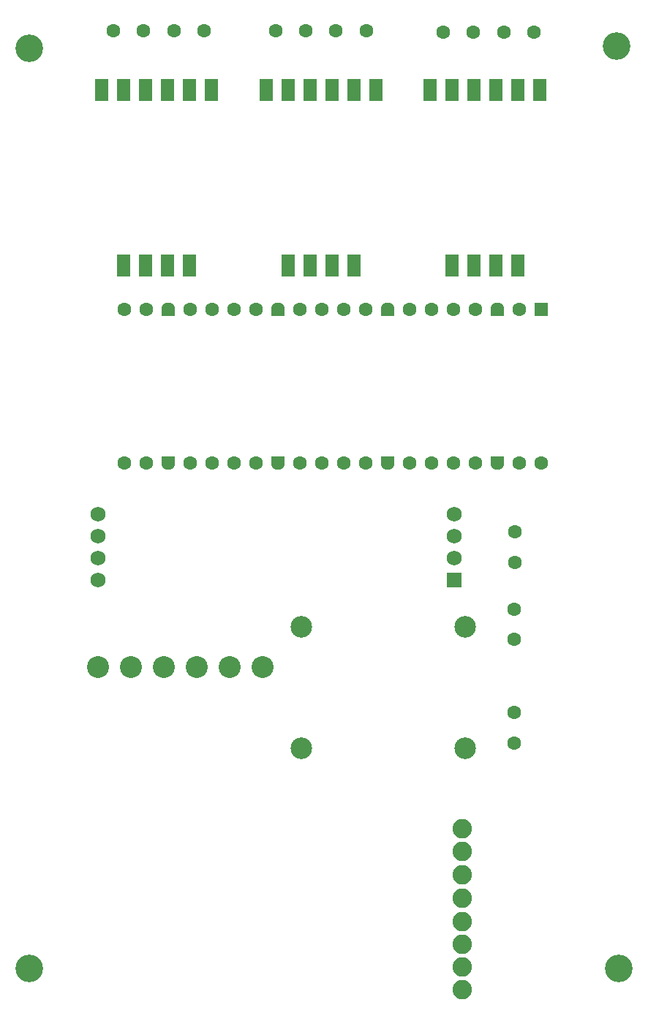
<source format=gbr>
%TF.GenerationSoftware,KiCad,Pcbnew,9.0.7-9.0.7~ubuntu24.04.1*%
%TF.CreationDate,2026-01-14T12:58:48+00:00*%
%TF.ProjectId,LIFT,4c494654-2e6b-4696-9361-645f70636258,rev?*%
%TF.SameCoordinates,Original*%
%TF.FileFunction,Soldermask,Top*%
%TF.FilePolarity,Negative*%
%FSLAX46Y46*%
G04 Gerber Fmt 4.6, Leading zero omitted, Abs format (unit mm)*
G04 Created by KiCad (PCBNEW 9.0.7-9.0.7~ubuntu24.04.1) date 2026-01-14 12:58:48*
%MOMM*%
%LPD*%
G01*
G04 APERTURE LIST*
G04 Aperture macros list*
%AMRoundRect*
0 Rectangle with rounded corners*
0 $1 Rounding radius*
0 $2 $3 $4 $5 $6 $7 $8 $9 X,Y pos of 4 corners*
0 Add a 4 corners polygon primitive as box body*
4,1,4,$2,$3,$4,$5,$6,$7,$8,$9,$2,$3,0*
0 Add four circle primitives for the rounded corners*
1,1,$1+$1,$2,$3*
1,1,$1+$1,$4,$5*
1,1,$1+$1,$6,$7*
1,1,$1+$1,$8,$9*
0 Add four rect primitives between the rounded corners*
20,1,$1+$1,$2,$3,$4,$5,0*
20,1,$1+$1,$4,$5,$6,$7,0*
20,1,$1+$1,$6,$7,$8,$9,0*
20,1,$1+$1,$8,$9,$2,$3,0*%
%AMFreePoly0*
4,1,37,0.603843,0.796157,0.639018,0.796157,0.711114,0.766294,0.766294,0.711114,0.796157,0.639018,0.796157,0.603843,0.800000,0.600000,0.800000,-0.600000,0.796157,-0.603843,0.796157,-0.639018,0.766294,-0.711114,0.711114,-0.766294,0.639018,-0.796157,0.603843,-0.796157,0.600000,-0.800000,0.000000,-0.800000,0.000000,-0.796148,-0.078414,-0.796148,-0.232228,-0.765552,-0.377117,-0.705537,
-0.507515,-0.618408,-0.618408,-0.507515,-0.705537,-0.377117,-0.765552,-0.232228,-0.796148,-0.078414,-0.796148,0.078414,-0.765552,0.232228,-0.705537,0.377117,-0.618408,0.507515,-0.507515,0.618408,-0.377117,0.705537,-0.232228,0.765552,-0.078414,0.796148,0.000000,0.796148,0.000000,0.800000,0.600000,0.800000,0.603843,0.796157,0.603843,0.796157,$1*%
%AMFreePoly1*
4,1,37,0.000000,0.796148,0.078414,0.796148,0.232228,0.765552,0.377117,0.705537,0.507515,0.618408,0.618408,0.507515,0.705537,0.377117,0.765552,0.232228,0.796148,0.078414,0.796148,-0.078414,0.765552,-0.232228,0.705537,-0.377117,0.618408,-0.507515,0.507515,-0.618408,0.377117,-0.705537,0.232228,-0.765552,0.078414,-0.796148,0.000000,-0.796148,0.000000,-0.800000,-0.600000,-0.800000,
-0.603843,-0.796157,-0.639018,-0.796157,-0.711114,-0.766294,-0.766294,-0.711114,-0.796157,-0.639018,-0.796157,-0.603843,-0.800000,-0.600000,-0.800000,0.600000,-0.796157,0.603843,-0.796157,0.639018,-0.766294,0.711114,-0.711114,0.766294,-0.639018,0.796157,-0.603843,0.796157,-0.600000,0.800000,0.000000,0.800000,0.000000,0.796148,0.000000,0.796148,$1*%
G04 Aperture macros list end*
%ADD10R,1.540000X2.540000*%
%ADD11C,1.600200*%
%ADD12C,2.250000*%
%ADD13C,2.540000*%
%ADD14C,3.200000*%
%ADD15RoundRect,0.102000X0.765000X0.765000X-0.765000X0.765000X-0.765000X-0.765000X0.765000X-0.765000X0*%
%ADD16C,1.734000*%
%ADD17RoundRect,0.200000X-0.600000X0.600000X-0.600000X-0.600000X0.600000X-0.600000X0.600000X0.600000X0*%
%ADD18C,1.600000*%
%ADD19FreePoly0,270.000000*%
%ADD20FreePoly1,270.000000*%
%ADD21C,2.500000*%
G04 APERTURE END LIST*
D10*
%TO.C,U5*%
X165400000Y-44840000D03*
X167940000Y-44840000D03*
X170480000Y-44840000D03*
X173020000Y-44840000D03*
X175560000Y-44840000D03*
X178100000Y-44840000D03*
X167940000Y-65160000D03*
X170480000Y-65160000D03*
X173020000Y-65160000D03*
X175560000Y-65160000D03*
%TD*%
%TO.C,U1*%
X127400000Y-44840000D03*
X129940000Y-44840000D03*
X132480000Y-44840000D03*
X135020000Y-44840000D03*
X137560000Y-44840000D03*
X140100000Y-44840000D03*
X129940000Y-65160000D03*
X132480000Y-65160000D03*
X135020000Y-65160000D03*
X137560000Y-65160000D03*
%TD*%
D11*
%TO.C,J7*%
X175144500Y-116910400D03*
X175144500Y-120410402D03*
%TD*%
D12*
%TO.C,U7*%
X169100000Y-149000000D03*
X169100000Y-146350000D03*
X169100000Y-143700000D03*
X169100000Y-141100000D03*
X169100000Y-138350000D03*
X169100000Y-135700000D03*
X169100000Y-132950000D03*
X169100000Y-130350000D03*
%TD*%
D13*
%TO.C,U2*%
X126975000Y-111615000D03*
X130785000Y-111615000D03*
X134595000Y-111615000D03*
X138405000Y-111615000D03*
X142215000Y-111615000D03*
X146025000Y-111615000D03*
%TD*%
D11*
%TO.C,J3*%
X147499999Y-38000000D03*
X151000000Y-38000000D03*
X154500000Y-38000000D03*
X158000001Y-38000000D03*
%TD*%
D14*
%TO.C,H4*%
X119000000Y-40000000D03*
%TD*%
%TO.C,H3*%
X187000000Y-39750000D03*
%TD*%
D11*
%TO.C,J8*%
X175250000Y-96000000D03*
X175250000Y-99500002D03*
%TD*%
D10*
%TO.C,U4*%
X146400000Y-44840000D03*
X148940000Y-44840000D03*
X151480000Y-44840000D03*
X154020000Y-44840000D03*
X156560000Y-44840000D03*
X159100000Y-44840000D03*
X148940000Y-65160000D03*
X151480000Y-65160000D03*
X154020000Y-65160000D03*
X156560000Y-65160000D03*
%TD*%
D15*
%TO.C,U3*%
X168210000Y-101535000D03*
D16*
X168210000Y-98995000D03*
X168210000Y-96455000D03*
X168210000Y-93915000D03*
X126990000Y-93915000D03*
X126990000Y-96455000D03*
X126990000Y-98995000D03*
X126990000Y-101535000D03*
%TD*%
D11*
%TO.C,J9*%
X175144500Y-104910400D03*
X175144500Y-108410402D03*
%TD*%
D14*
%TO.C,H1*%
X187250000Y-146500000D03*
%TD*%
D11*
%TO.C,J4*%
X128749999Y-38000000D03*
X132250000Y-38000000D03*
X135750000Y-38000000D03*
X139250001Y-38000000D03*
%TD*%
%TO.C,J2*%
X166910400Y-38105500D03*
X170410401Y-38105500D03*
X173910401Y-38105500D03*
X177410402Y-38105500D03*
%TD*%
D17*
%TO.C,A1*%
X178270000Y-70195000D03*
D18*
X175730000Y-70195000D03*
D19*
X173190000Y-70195000D03*
D18*
X170650000Y-70195000D03*
X168110000Y-70195000D03*
X165570000Y-70195000D03*
X163030000Y-70195000D03*
D19*
X160490000Y-70195000D03*
D18*
X157950000Y-70195000D03*
X155410000Y-70195000D03*
X152870000Y-70195000D03*
X150330000Y-70195000D03*
D19*
X147790000Y-70195000D03*
D18*
X145250000Y-70195000D03*
X142710000Y-70195000D03*
X140170000Y-70195000D03*
X137630000Y-70195000D03*
D19*
X135090000Y-70195000D03*
D18*
X132550000Y-70195000D03*
X130010000Y-70195000D03*
X130010000Y-87975000D03*
X132550000Y-87975000D03*
D20*
X135090000Y-87975000D03*
D18*
X137630000Y-87975000D03*
X140170000Y-87975000D03*
X142710000Y-87975000D03*
X145250000Y-87975000D03*
D20*
X147790000Y-87975000D03*
D18*
X150330000Y-87975000D03*
X152870000Y-87975000D03*
X155410000Y-87975000D03*
X157950000Y-87975000D03*
D20*
X160490000Y-87975000D03*
D18*
X163030000Y-87975000D03*
X165570000Y-87975000D03*
X168110000Y-87975000D03*
X170650000Y-87975000D03*
D20*
X173190000Y-87975000D03*
D18*
X175730000Y-87975000D03*
X178270000Y-87975000D03*
%TD*%
D21*
%TO.C,U6*%
X169500000Y-107000000D03*
X169500000Y-121000000D03*
X150500000Y-107000000D03*
X150500000Y-121000000D03*
%TD*%
D14*
%TO.C,H5*%
X119000000Y-146500000D03*
%TD*%
M02*

</source>
